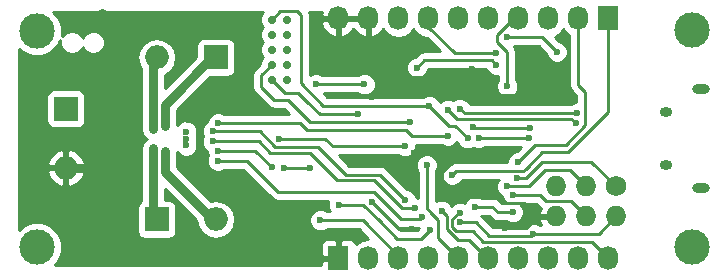
<source format=gbl>
G04 #@! TF.FileFunction,Copper,L2,Bot,Signal*
%FSLAX46Y46*%
G04 Gerber Fmt 4.6, Leading zero omitted, Abs format (unit mm)*
G04 Created by KiCad (PCBNEW 4.0.2-stable) date 11/17/2016 12:04:15 PM*
%MOMM*%
G01*
G04 APERTURE LIST*
%ADD10C,0.100000*%
%ADD11C,0.600000*%
%ADD12R,1.998980X1.998980*%
%ADD13O,1.998980X1.998980*%
%ADD14C,3.000000*%
%ADD15C,0.700000*%
%ADD16C,1.727200*%
%ADD17O,1.727200X1.727200*%
%ADD18R,1.727200X2.032000*%
%ADD19O,1.727200X2.032000*%
%ADD20O,1.050000X0.850000*%
%ADD21O,1.500000X0.850000*%
%ADD22C,0.250000*%
%ADD23C,0.750000*%
%ADD24C,0.254000*%
G04 APERTURE END LIST*
D10*
D11*
X103150000Y-108000000D03*
D12*
X105650000Y-103630000D03*
D13*
X100650000Y-103630000D03*
D12*
X100650000Y-117348000D03*
D13*
X105650000Y-117348000D03*
D12*
X92964000Y-107990000D03*
D13*
X92964000Y-112990000D03*
D14*
X90500000Y-101400000D03*
X146000000Y-101300000D03*
X146000000Y-119700000D03*
X90500000Y-119700000D03*
D11*
X103150000Y-110510000D03*
X103150000Y-109910000D03*
X103150000Y-111090000D03*
X103150000Y-113000000D03*
X103900000Y-113750000D03*
X103900000Y-107250000D03*
D15*
X111660000Y-105510000D03*
X110390000Y-105510000D03*
X111660000Y-104240000D03*
X110390000Y-104240000D03*
X111660000Y-102970000D03*
X110390000Y-102970000D03*
X111660000Y-101700000D03*
X110390000Y-101700000D03*
X111660000Y-100430000D03*
X110390000Y-100430000D03*
D16*
X139550000Y-114560000D03*
D17*
X139550000Y-117100000D03*
X137010000Y-114560000D03*
X137010000Y-117100000D03*
X134470000Y-114560000D03*
X134470000Y-117100000D03*
D18*
X116030000Y-120650000D03*
D19*
X118570000Y-120650000D03*
X121110000Y-120650000D03*
X123650000Y-120650000D03*
X126190000Y-120650000D03*
X128730000Y-120650000D03*
X131270000Y-120650000D03*
X133810000Y-120650000D03*
X136350000Y-120650000D03*
X138890000Y-120650000D03*
D18*
X138890000Y-100330000D03*
D19*
X136350000Y-100330000D03*
X133810000Y-100330000D03*
X131270000Y-100330000D03*
X128730000Y-100330000D03*
X126190000Y-100330000D03*
X123650000Y-100330000D03*
X121110000Y-100330000D03*
X118570000Y-100330000D03*
X116030000Y-100330000D03*
D20*
X143770000Y-112705000D03*
X143770000Y-108255000D03*
D21*
X146770000Y-114655000D03*
X146770000Y-106305000D03*
D11*
X114110000Y-105920000D03*
X118240000Y-105920000D03*
X116070000Y-116110000D03*
X123760000Y-118250000D03*
X126350000Y-117610000D03*
X132510000Y-118570000D03*
X96000000Y-99880000D03*
X118840000Y-107020000D03*
X122290000Y-118200000D03*
X118840000Y-115840000D03*
X133020000Y-106330000D03*
X127382019Y-104640000D03*
X126550000Y-112120000D03*
X130170000Y-118060000D03*
X121620000Y-104760000D03*
X122430000Y-111720000D03*
X117600000Y-112750000D03*
X98770000Y-110550000D03*
X126340000Y-107990000D03*
X136220000Y-108360000D03*
X136130000Y-109220000D03*
X125310000Y-108070000D03*
X101350000Y-109475000D03*
X100375000Y-109725000D03*
X100375000Y-111325000D03*
X101350000Y-111575000D03*
X131180000Y-113880000D03*
X130340000Y-114560000D03*
X130820000Y-115290000D03*
X117670000Y-108460000D03*
X122100000Y-109110000D03*
X114510000Y-117420000D03*
X123520000Y-112740000D03*
X124770000Y-116620000D03*
X130800000Y-116740000D03*
X127590000Y-116260000D03*
X126330000Y-116790000D03*
X125670000Y-113590000D03*
X131270000Y-112480000D03*
X130320000Y-106080000D03*
X122690000Y-104500000D03*
X129400000Y-104260000D03*
X132250000Y-109590000D03*
X127440000Y-109530000D03*
X127940000Y-110440000D03*
X132170000Y-110440000D03*
X125300000Y-110260000D03*
X105850000Y-109180000D03*
X121710000Y-115710000D03*
X105400000Y-109900000D03*
X122500000Y-116400000D03*
X105400000Y-110750000D03*
X121670000Y-111150000D03*
X110400000Y-112930000D03*
X110970000Y-110500000D03*
X105840000Y-111520000D03*
X123150000Y-117150000D03*
X105820000Y-112370000D03*
X123730000Y-107740000D03*
X126980000Y-110470000D03*
X113630000Y-112970000D03*
X111400000Y-112970000D03*
X129410000Y-103260000D03*
X130340000Y-101940000D03*
X134550000Y-103180000D03*
D22*
X114110000Y-105920000D02*
X114330000Y-105920000D01*
X114330000Y-105920000D02*
X114280000Y-105920000D01*
X118240000Y-105920000D02*
X114280000Y-105920000D01*
X118140000Y-116110000D02*
X119470000Y-117440000D01*
X119470000Y-117440000D02*
X121010000Y-118980000D01*
X123030000Y-118980000D02*
X121010000Y-118980000D01*
X123760000Y-118250000D02*
X123030000Y-118980000D01*
X116070000Y-116110000D02*
X118140000Y-116110000D01*
X132360000Y-118720000D02*
X132510000Y-118570000D01*
X128790000Y-118720000D02*
X132360000Y-118720000D01*
X127680000Y-117610000D02*
X128790000Y-118720000D01*
X126350000Y-117610000D02*
X127680000Y-117610000D01*
X139550000Y-117100000D02*
X138080000Y-118570000D01*
X138080000Y-118570000D02*
X132510000Y-118570000D01*
X132570000Y-118630000D02*
X132510000Y-118570000D01*
D23*
X98730000Y-110550000D02*
X98770000Y-110550000D01*
X97270000Y-107120000D02*
X97270000Y-102490000D01*
X97270000Y-109090000D02*
X97270000Y-107120000D01*
X97270000Y-102490000D02*
X97270000Y-101150000D01*
X97270000Y-101150000D02*
X96000000Y-99880000D01*
X98730000Y-110550000D02*
X97270000Y-109090000D01*
D22*
X131430000Y-115970000D02*
X131770000Y-115970000D01*
X131770000Y-115970000D02*
X132900000Y-117100000D01*
X131450000Y-118060000D02*
X131940000Y-118060000D01*
X131940000Y-118060000D02*
X132900000Y-117100000D01*
X131330000Y-115970000D02*
X131430000Y-115970000D01*
X133020000Y-106330000D02*
X131860000Y-106330000D01*
X131370000Y-106820000D02*
X129562019Y-106820000D01*
X131860000Y-106330000D02*
X131370000Y-106820000D01*
X121100000Y-104760000D02*
X121620000Y-104760000D01*
X118840000Y-107020000D02*
X121100000Y-104760000D01*
X121620000Y-104760000D02*
X121630000Y-104760000D01*
X121630000Y-104760000D02*
X122170000Y-105300000D01*
X122170000Y-105300000D02*
X126722019Y-105300000D01*
X126722019Y-105300000D02*
X127382019Y-104640000D01*
X131330000Y-115970000D02*
X131350000Y-115970000D01*
X126020000Y-112120000D02*
X124770000Y-113370000D01*
X124770000Y-113370000D02*
X124770000Y-114240000D01*
X124770000Y-114240000D02*
X126000000Y-115470000D01*
X126000000Y-115470000D02*
X129390000Y-115470000D01*
X129390000Y-115470000D02*
X129890000Y-115970000D01*
X129890000Y-115970000D02*
X131330000Y-115970000D01*
X122290000Y-118200000D02*
X121200000Y-118200000D01*
X121200000Y-118200000D02*
X118840000Y-115840000D01*
X129562019Y-106820000D02*
X127382019Y-104640000D01*
X126020000Y-112120000D02*
X125620000Y-111720000D01*
X125290000Y-111720000D02*
X122430000Y-111720000D01*
X125290000Y-111720000D02*
X125620000Y-111720000D01*
X126550000Y-112120000D02*
X126020000Y-112120000D01*
X130170000Y-118060000D02*
X131450000Y-118060000D01*
X131450000Y-118060000D02*
X131520000Y-118060000D01*
X134470000Y-117100000D02*
X133240000Y-117100000D01*
X133240000Y-117100000D02*
X132900000Y-117100000D01*
D23*
X96330000Y-112990000D02*
X92964000Y-112990000D01*
X92964000Y-112990000D02*
X94600000Y-112990000D01*
D22*
X121400000Y-112750000D02*
X117600000Y-112750000D01*
X122430000Y-111720000D02*
X121400000Y-112750000D01*
X117600000Y-112750000D02*
X121300000Y-112750000D01*
D23*
X98770000Y-110550000D02*
X96330000Y-112990000D01*
D22*
X126710000Y-108360000D02*
X126340000Y-107990000D01*
X127580000Y-108360000D02*
X126710000Y-108360000D01*
X129190000Y-108360000D02*
X127580000Y-108360000D01*
X136220000Y-108360000D02*
X129190000Y-108360000D01*
X135740000Y-108830000D02*
X136130000Y-109220000D01*
X126070000Y-108830000D02*
X135740000Y-108830000D01*
X125310000Y-108070000D02*
X126070000Y-108830000D01*
D23*
X101350000Y-107650000D02*
X105368000Y-103632000D01*
X101350000Y-107650000D02*
X101350000Y-109475000D01*
X105370000Y-103632000D02*
X105368000Y-103632000D01*
X100370000Y-109720000D02*
X100370000Y-103632000D01*
X100370000Y-109720000D02*
X100375000Y-109725000D01*
X100370000Y-111330000D02*
X100370000Y-117348000D01*
X100370000Y-111330000D02*
X100375000Y-111325000D01*
X101595002Y-113575000D02*
X101350000Y-113329998D01*
X101350000Y-113329998D02*
X101350000Y-111575000D01*
X101600000Y-113575000D02*
X105370000Y-117345000D01*
X101600000Y-113575000D02*
X101595002Y-113575000D01*
X105370000Y-117348000D02*
X105370000Y-117345000D01*
D22*
X137460000Y-112470000D02*
X139550000Y-114560000D01*
X133290000Y-112470000D02*
X137460000Y-112470000D01*
X131880000Y-113880000D02*
X133290000Y-112470000D01*
X131180000Y-113880000D02*
X131880000Y-113880000D01*
X131820000Y-114560000D02*
X132160000Y-114560000D01*
X135650000Y-113200000D02*
X137010000Y-114560000D01*
X133520000Y-113200000D02*
X135650000Y-113200000D01*
X132160000Y-114560000D02*
X133520000Y-113200000D01*
X131750000Y-114560000D02*
X131820000Y-114560000D01*
X130340000Y-114560000D02*
X131750000Y-114560000D01*
X131880000Y-115290000D02*
X133110000Y-115290000D01*
X133110000Y-115290000D02*
X133650000Y-115830000D01*
X133650000Y-115830000D02*
X135740000Y-115830000D01*
X135740000Y-115830000D02*
X137010000Y-117100000D01*
X130820000Y-115290000D02*
X131880000Y-115290000D01*
X112030000Y-106620000D02*
X111500000Y-106620000D01*
X114450000Y-108460000D02*
X113370000Y-107380000D01*
X112610000Y-106620000D02*
X113370000Y-107380000D01*
X112030000Y-106620000D02*
X112610000Y-106620000D01*
X117670000Y-108460000D02*
X114450000Y-108460000D01*
X111500000Y-106620000D02*
X110390000Y-105510000D01*
X111030000Y-107240000D02*
X110620000Y-107240000D01*
X110620000Y-107240000D02*
X109480000Y-106100000D01*
X109480000Y-106100000D02*
X109480000Y-105150000D01*
X109480000Y-105150000D02*
X110390000Y-104240000D01*
X115110000Y-109110000D02*
X113650000Y-109110000D01*
X111780000Y-107240000D02*
X111030000Y-107240000D01*
X113650000Y-109110000D02*
X111780000Y-107240000D01*
X122100000Y-109110000D02*
X115110000Y-109110000D01*
X118080000Y-117420000D02*
X121110000Y-120450000D01*
X114510000Y-117420000D02*
X118080000Y-117420000D01*
X121110000Y-120450000D02*
X121110000Y-120650000D01*
X124470000Y-118060000D02*
X124470000Y-118930000D01*
X124470000Y-118930000D02*
X126190000Y-120650000D01*
X124470000Y-118510000D02*
X124470000Y-118480000D01*
X123520000Y-116420000D02*
X123890000Y-116790000D01*
X124470000Y-118240000D02*
X124470000Y-118060000D01*
X124470000Y-118060000D02*
X124470000Y-117370000D01*
X124470000Y-117370000D02*
X123890000Y-116790000D01*
X123520000Y-112740000D02*
X123520000Y-116420000D01*
X124470000Y-118480000D02*
X124470000Y-118240000D01*
X124770000Y-116620000D02*
X125209998Y-117059998D01*
X125209998Y-117059998D02*
X125209998Y-117129998D01*
X126670000Y-119135000D02*
X126158602Y-119135000D01*
X125209998Y-118186396D02*
X125209998Y-117129998D01*
X126158602Y-119135000D02*
X125209998Y-118186396D01*
X127115000Y-119135000D02*
X128630000Y-120650000D01*
X127115000Y-119135000D02*
X126670000Y-119135000D01*
X128730000Y-120650000D02*
X128630000Y-120650000D01*
X128500000Y-120650000D02*
X128110000Y-120650000D01*
X127590000Y-116260000D02*
X129060000Y-116260000D01*
X129540000Y-116740000D02*
X130800000Y-116740000D01*
X129060000Y-116260000D02*
X129540000Y-116740000D01*
X126330000Y-116790000D02*
X126220000Y-116790000D01*
X138890000Y-120650000D02*
X137480000Y-119240000D01*
X128260000Y-119240000D02*
X127390000Y-118370000D01*
X127390000Y-118370000D02*
X126030000Y-118370000D01*
X126030000Y-118370000D02*
X125660000Y-118000000D01*
X125660000Y-118000000D02*
X125660000Y-117350000D01*
X128610000Y-119240000D02*
X128260000Y-119240000D01*
X128610000Y-119240000D02*
X137480000Y-119240000D01*
X126220000Y-116790000D02*
X125660000Y-117350000D01*
X138890000Y-120650000D02*
X138890000Y-120610002D01*
X138890000Y-120650000D02*
X138760000Y-120650000D01*
X138890000Y-100330000D02*
X138890000Y-108290000D01*
X133240000Y-111680000D02*
X132050000Y-112870000D01*
X138890000Y-108290000D02*
X135500000Y-111680000D01*
X135500000Y-111680000D02*
X133240000Y-111680000D01*
X131690000Y-113230000D02*
X132050000Y-112870000D01*
X126030000Y-113230000D02*
X131690000Y-113230000D01*
X125670000Y-113590000D02*
X126030000Y-113230000D01*
X138890000Y-100330000D02*
X138880000Y-100330000D01*
X132050000Y-112870000D02*
X131880000Y-113040000D01*
X136350000Y-100330000D02*
X136350000Y-105950000D01*
X131270000Y-112480000D02*
X132710000Y-111040000D01*
X132710000Y-111040000D02*
X135290000Y-111040000D01*
X135290000Y-111040000D02*
X136950000Y-109380000D01*
X136350000Y-105950000D02*
X136950000Y-106550000D01*
X136950000Y-106550000D02*
X136950000Y-109380000D01*
X129470000Y-101730000D02*
X129470000Y-102300000D01*
X129470000Y-102300000D02*
X130320000Y-103150000D01*
X130320000Y-103150000D02*
X130320000Y-104210000D01*
X129470000Y-101730000D02*
X130870000Y-100330000D01*
X130320000Y-106080000D02*
X130320000Y-104210000D01*
X131270000Y-100330000D02*
X130870000Y-100330000D01*
X129400000Y-104260000D02*
X129020000Y-103880000D01*
X129020000Y-103880000D02*
X123310000Y-103880000D01*
X123310000Y-103880000D02*
X122690000Y-104500000D01*
X127500000Y-109590000D02*
X132250000Y-109590000D01*
X127440000Y-109530000D02*
X127500000Y-109590000D01*
X132170000Y-110440000D02*
X127940000Y-110440000D01*
X125300000Y-110260000D02*
X122240000Y-110260000D01*
X113360000Y-109750000D02*
X121730000Y-109750000D01*
X112790000Y-109180000D02*
X113360000Y-109750000D01*
X105850000Y-109180000D02*
X112790000Y-109180000D01*
X122240000Y-110260000D02*
X121730000Y-109750000D01*
X121710000Y-115710000D02*
X119550000Y-113550000D01*
X119550000Y-113550000D02*
X116650000Y-113550000D01*
X116650000Y-113550000D02*
X114290000Y-111190000D01*
X108660000Y-109900000D02*
X109410000Y-109900000D01*
X110700000Y-111190000D02*
X114290000Y-111190000D01*
X109410000Y-109900000D02*
X110700000Y-111190000D01*
X105400000Y-109900000D02*
X108660000Y-109900000D01*
X115940000Y-114050000D02*
X119040000Y-114050000D01*
X122500000Y-116400000D02*
X121390000Y-116400000D01*
X119040000Y-114050000D02*
X121390000Y-116400000D01*
X115940000Y-114050000D02*
X115825000Y-113935000D01*
X115825000Y-113935000D02*
X115620000Y-113730000D01*
X115620000Y-113730000D02*
X113630000Y-111740000D01*
X108010000Y-110750000D02*
X109270000Y-110750000D01*
X110260000Y-111740000D02*
X113630000Y-111740000D01*
X109270000Y-110750000D02*
X110260000Y-111740000D01*
X107900000Y-110750000D02*
X108010000Y-110750000D01*
X105400000Y-110750000D02*
X107900000Y-110750000D01*
X105840000Y-111520000D02*
X108990000Y-111520000D01*
X108990000Y-111520000D02*
X110400000Y-112930000D01*
X115550000Y-111150000D02*
X121670000Y-111150000D01*
X110970000Y-110500000D02*
X114900000Y-110500000D01*
X114900000Y-110500000D02*
X115550000Y-111150000D01*
X105820000Y-112370000D02*
X108300000Y-112370000D01*
X108300000Y-112370000D02*
X110960000Y-115030000D01*
X119020000Y-115030000D02*
X110960000Y-115030000D01*
X121330000Y-117340000D02*
X119020000Y-115030000D01*
X122960000Y-117340000D02*
X121330000Y-117340000D01*
X123150000Y-117150000D02*
X122960000Y-117340000D01*
X120600000Y-107740000D02*
X114760000Y-107740000D01*
X111110000Y-99710000D02*
X110390000Y-100430000D01*
X112490000Y-99710000D02*
X111110000Y-99710000D01*
X112850000Y-100070000D02*
X112490000Y-99710000D01*
X112850000Y-105830000D02*
X112850000Y-100070000D01*
X114760000Y-107740000D02*
X112850000Y-105830000D01*
X125395000Y-109405000D02*
X123730000Y-107740000D01*
X125490000Y-109405000D02*
X125395000Y-109405000D01*
X120600000Y-107740000D02*
X123730000Y-107740000D01*
X120690000Y-107740000D02*
X120600000Y-107740000D01*
X125490000Y-109405000D02*
X125505000Y-109405000D01*
X125550000Y-109405000D02*
X125395000Y-109405000D01*
X125915000Y-109405000D02*
X125550000Y-109405000D01*
X126980000Y-110470000D02*
X125915000Y-109405000D01*
X111400000Y-112970000D02*
X113630000Y-112970000D01*
X125880000Y-103260000D02*
X129410000Y-103260000D01*
X123650000Y-101030000D02*
X125880000Y-103260000D01*
X134550000Y-103180000D02*
X133310000Y-101940000D01*
X133310000Y-101940000D02*
X130340000Y-101940000D01*
X123650000Y-100330000D02*
X123650000Y-101030000D01*
D24*
G36*
X109555445Y-99871314D02*
X109405172Y-100233212D01*
X109404830Y-100625069D01*
X109554471Y-100987229D01*
X109632000Y-101064893D01*
X109555445Y-101141314D01*
X109405172Y-101503212D01*
X109404830Y-101895069D01*
X109554471Y-102257229D01*
X109632000Y-102334893D01*
X109555445Y-102411314D01*
X109405172Y-102773212D01*
X109404830Y-103165069D01*
X109554471Y-103527229D01*
X109632000Y-103604893D01*
X109555445Y-103681314D01*
X109405172Y-104043212D01*
X109405079Y-104150119D01*
X108942599Y-104612599D01*
X108777852Y-104859161D01*
X108720000Y-105150000D01*
X108720000Y-106100000D01*
X108777852Y-106390839D01*
X108942599Y-106637401D01*
X110082599Y-107777401D01*
X110329160Y-107942148D01*
X110377414Y-107951746D01*
X110620000Y-108000000D01*
X111465198Y-108000000D01*
X111885198Y-108420000D01*
X106412463Y-108420000D01*
X106380327Y-108387808D01*
X106036799Y-108245162D01*
X105664833Y-108244838D01*
X105321057Y-108386883D01*
X105057808Y-108649673D01*
X104915162Y-108993201D01*
X104915079Y-109088694D01*
X104871057Y-109106883D01*
X104607808Y-109369673D01*
X104465162Y-109713201D01*
X104464838Y-110085167D01*
X104564003Y-110325166D01*
X104465162Y-110563201D01*
X104464838Y-110935167D01*
X104606883Y-111278943D01*
X104869673Y-111542192D01*
X104904967Y-111556848D01*
X104904838Y-111705167D01*
X104994028Y-111921024D01*
X104885162Y-112183201D01*
X104884838Y-112555167D01*
X105026883Y-112898943D01*
X105289673Y-113162192D01*
X105633201Y-113304838D01*
X106005167Y-113305162D01*
X106348943Y-113163117D01*
X106382118Y-113130000D01*
X107985198Y-113130000D01*
X110422599Y-115567401D01*
X110669161Y-115732148D01*
X110960000Y-115790000D01*
X115190472Y-115790000D01*
X115135162Y-115923201D01*
X115134838Y-116295167D01*
X115276883Y-116638943D01*
X115297903Y-116660000D01*
X115072463Y-116660000D01*
X115040327Y-116627808D01*
X114696799Y-116485162D01*
X114324833Y-116484838D01*
X113981057Y-116626883D01*
X113717808Y-116889673D01*
X113575162Y-117233201D01*
X113574838Y-117605167D01*
X113716883Y-117948943D01*
X113979673Y-118212192D01*
X114323201Y-118354838D01*
X114695167Y-118355162D01*
X115038943Y-118213117D01*
X115072118Y-118180000D01*
X117765198Y-118180000D01*
X118554864Y-118969666D01*
X117996511Y-119080729D01*
X117510330Y-119405585D01*
X117495500Y-119427780D01*
X117431927Y-119274302D01*
X117253299Y-119095673D01*
X117019910Y-118999000D01*
X116315750Y-118999000D01*
X116157000Y-119157750D01*
X116157000Y-120523000D01*
X116177000Y-120523000D01*
X116177000Y-120777000D01*
X116157000Y-120777000D01*
X116157000Y-120797000D01*
X115903000Y-120797000D01*
X115903000Y-120777000D01*
X114690150Y-120777000D01*
X114531400Y-120935750D01*
X114531400Y-121210000D01*
X92009346Y-121210000D01*
X92308909Y-120910959D01*
X92634628Y-120126541D01*
X92635168Y-119507691D01*
X114531400Y-119507691D01*
X114531400Y-120364250D01*
X114690150Y-120523000D01*
X115903000Y-120523000D01*
X115903000Y-119157750D01*
X115744250Y-118999000D01*
X115040090Y-118999000D01*
X114806701Y-119095673D01*
X114628073Y-119274302D01*
X114531400Y-119507691D01*
X92635168Y-119507691D01*
X92635370Y-119277185D01*
X92311020Y-118492200D01*
X91710959Y-117891091D01*
X90926541Y-117565372D01*
X90077185Y-117564630D01*
X89292200Y-117888980D01*
X88975000Y-118205627D01*
X88975000Y-113370355D01*
X91374373Y-113370355D01*
X91640932Y-113949726D01*
X92108916Y-114382987D01*
X92583646Y-114579619D01*
X92837000Y-114460265D01*
X92837000Y-113117000D01*
X93091000Y-113117000D01*
X93091000Y-114460265D01*
X93344354Y-114579619D01*
X93819084Y-114382987D01*
X94287068Y-113949726D01*
X94553627Y-113370355D01*
X94434807Y-113117000D01*
X93091000Y-113117000D01*
X92837000Y-113117000D01*
X91493193Y-113117000D01*
X91374373Y-113370355D01*
X88975000Y-113370355D01*
X88975000Y-112609645D01*
X91374373Y-112609645D01*
X91493193Y-112863000D01*
X92837000Y-112863000D01*
X92837000Y-111519735D01*
X93091000Y-111519735D01*
X93091000Y-112863000D01*
X94434807Y-112863000D01*
X94553627Y-112609645D01*
X94287068Y-112030274D01*
X93819084Y-111597013D01*
X93344354Y-111400381D01*
X93091000Y-111519735D01*
X92837000Y-111519735D01*
X92583646Y-111400381D01*
X92108916Y-111597013D01*
X91640932Y-112030274D01*
X91374373Y-112609645D01*
X88975000Y-112609645D01*
X88975000Y-106990510D01*
X91317070Y-106990510D01*
X91317070Y-108989490D01*
X91361348Y-109224807D01*
X91500420Y-109440931D01*
X91712620Y-109585921D01*
X91964510Y-109636930D01*
X93963490Y-109636930D01*
X94198807Y-109592652D01*
X94414931Y-109453580D01*
X94559921Y-109241380D01*
X94610930Y-108989490D01*
X94610930Y-106990510D01*
X94566652Y-106755193D01*
X94427580Y-106539069D01*
X94215380Y-106394079D01*
X93963490Y-106343070D01*
X91964510Y-106343070D01*
X91729193Y-106387348D01*
X91513069Y-106526420D01*
X91368079Y-106738620D01*
X91317070Y-106990510D01*
X88975000Y-106990510D01*
X88975000Y-103630000D01*
X98983488Y-103630000D01*
X99107906Y-104255492D01*
X99360000Y-104632777D01*
X99360000Y-109720000D01*
X99436882Y-110106510D01*
X99655822Y-110434178D01*
X99660822Y-110439178D01*
X99789264Y-110525000D01*
X99660822Y-110610822D01*
X99655822Y-110615822D01*
X99436882Y-110943490D01*
X99360000Y-111330000D01*
X99360000Y-115780864D01*
X99199069Y-115884420D01*
X99054079Y-116096620D01*
X99003070Y-116348510D01*
X99003070Y-118347490D01*
X99047348Y-118582807D01*
X99186420Y-118798931D01*
X99398620Y-118943921D01*
X99650510Y-118994930D01*
X101649490Y-118994930D01*
X101884807Y-118950652D01*
X102100931Y-118811580D01*
X102245921Y-118599380D01*
X102296930Y-118347490D01*
X102296930Y-116348510D01*
X102252652Y-116113193D01*
X102113580Y-115897069D01*
X101901380Y-115752079D01*
X101649490Y-115701070D01*
X101380000Y-115701070D01*
X101380000Y-114783356D01*
X103993133Y-117396489D01*
X104107906Y-117973492D01*
X104462219Y-118503759D01*
X104992486Y-118858072D01*
X105617978Y-118982490D01*
X105682022Y-118982490D01*
X106307514Y-118858072D01*
X106837781Y-118503759D01*
X107192094Y-117973492D01*
X107316512Y-117348000D01*
X107192094Y-116722508D01*
X106837781Y-116192241D01*
X106307514Y-115837928D01*
X105682022Y-115713510D01*
X105617978Y-115713510D01*
X105241710Y-115788354D01*
X102360000Y-112906644D01*
X102360000Y-111622065D01*
X102619673Y-111882192D01*
X102963201Y-112024838D01*
X103335167Y-112025162D01*
X103678943Y-111883117D01*
X103942192Y-111620327D01*
X104084838Y-111276799D01*
X104085162Y-110904833D01*
X104041915Y-110800168D01*
X104084838Y-110696799D01*
X104085162Y-110324833D01*
X104037773Y-110210143D01*
X104084838Y-110096799D01*
X104085162Y-109724833D01*
X103943117Y-109381057D01*
X103680327Y-109117808D01*
X103336799Y-108975162D01*
X102964833Y-108974838D01*
X102621057Y-109116883D01*
X102360000Y-109377485D01*
X102360000Y-108068356D01*
X105151426Y-105276930D01*
X106649490Y-105276930D01*
X106884807Y-105232652D01*
X107100931Y-105093580D01*
X107245921Y-104881380D01*
X107296930Y-104629490D01*
X107296930Y-102630510D01*
X107252652Y-102395193D01*
X107113580Y-102179069D01*
X106901380Y-102034079D01*
X106649490Y-101983070D01*
X104650510Y-101983070D01*
X104415193Y-102027348D01*
X104199069Y-102166420D01*
X104054079Y-102378620D01*
X104003070Y-102630510D01*
X104003070Y-103568574D01*
X101380000Y-106191644D01*
X101380000Y-105091638D01*
X101837781Y-104785759D01*
X102192094Y-104255492D01*
X102316512Y-103630000D01*
X102192094Y-103004508D01*
X101837781Y-102474241D01*
X101307514Y-102119928D01*
X100682022Y-101995510D01*
X100617978Y-101995510D01*
X99992486Y-102119928D01*
X99462219Y-102474241D01*
X99107906Y-103004508D01*
X98983488Y-103630000D01*
X88975000Y-103630000D01*
X88975000Y-102894320D01*
X89289041Y-103208909D01*
X90073459Y-103534628D01*
X90922815Y-103535370D01*
X91707800Y-103211020D01*
X92308909Y-102610959D01*
X92485160Y-102186499D01*
X92484830Y-102565069D01*
X92634471Y-102927229D01*
X92911314Y-103204555D01*
X93273212Y-103354828D01*
X93665069Y-103355170D01*
X94027229Y-103205529D01*
X94304555Y-102928686D01*
X94369975Y-102771137D01*
X94434471Y-102927229D01*
X94711314Y-103204555D01*
X95073212Y-103354828D01*
X95465069Y-103355170D01*
X95827229Y-103205529D01*
X96104555Y-102928686D01*
X96254828Y-102566788D01*
X96255170Y-102174931D01*
X96105529Y-101812771D01*
X95828686Y-101535445D01*
X95466788Y-101385172D01*
X95074931Y-101384830D01*
X94712771Y-101534471D01*
X94435445Y-101811314D01*
X94370025Y-101968863D01*
X94305529Y-101812771D01*
X94028686Y-101535445D01*
X93666788Y-101385172D01*
X93274931Y-101384830D01*
X92912771Y-101534471D01*
X92635445Y-101811314D01*
X92634640Y-101813254D01*
X92635370Y-100977185D01*
X92311020Y-100192200D01*
X91889556Y-99770000D01*
X109656936Y-99770000D01*
X109555445Y-99871314D01*
X109555445Y-99871314D01*
G37*
X109555445Y-99871314D02*
X109405172Y-100233212D01*
X109404830Y-100625069D01*
X109554471Y-100987229D01*
X109632000Y-101064893D01*
X109555445Y-101141314D01*
X109405172Y-101503212D01*
X109404830Y-101895069D01*
X109554471Y-102257229D01*
X109632000Y-102334893D01*
X109555445Y-102411314D01*
X109405172Y-102773212D01*
X109404830Y-103165069D01*
X109554471Y-103527229D01*
X109632000Y-103604893D01*
X109555445Y-103681314D01*
X109405172Y-104043212D01*
X109405079Y-104150119D01*
X108942599Y-104612599D01*
X108777852Y-104859161D01*
X108720000Y-105150000D01*
X108720000Y-106100000D01*
X108777852Y-106390839D01*
X108942599Y-106637401D01*
X110082599Y-107777401D01*
X110329160Y-107942148D01*
X110377414Y-107951746D01*
X110620000Y-108000000D01*
X111465198Y-108000000D01*
X111885198Y-108420000D01*
X106412463Y-108420000D01*
X106380327Y-108387808D01*
X106036799Y-108245162D01*
X105664833Y-108244838D01*
X105321057Y-108386883D01*
X105057808Y-108649673D01*
X104915162Y-108993201D01*
X104915079Y-109088694D01*
X104871057Y-109106883D01*
X104607808Y-109369673D01*
X104465162Y-109713201D01*
X104464838Y-110085167D01*
X104564003Y-110325166D01*
X104465162Y-110563201D01*
X104464838Y-110935167D01*
X104606883Y-111278943D01*
X104869673Y-111542192D01*
X104904967Y-111556848D01*
X104904838Y-111705167D01*
X104994028Y-111921024D01*
X104885162Y-112183201D01*
X104884838Y-112555167D01*
X105026883Y-112898943D01*
X105289673Y-113162192D01*
X105633201Y-113304838D01*
X106005167Y-113305162D01*
X106348943Y-113163117D01*
X106382118Y-113130000D01*
X107985198Y-113130000D01*
X110422599Y-115567401D01*
X110669161Y-115732148D01*
X110960000Y-115790000D01*
X115190472Y-115790000D01*
X115135162Y-115923201D01*
X115134838Y-116295167D01*
X115276883Y-116638943D01*
X115297903Y-116660000D01*
X115072463Y-116660000D01*
X115040327Y-116627808D01*
X114696799Y-116485162D01*
X114324833Y-116484838D01*
X113981057Y-116626883D01*
X113717808Y-116889673D01*
X113575162Y-117233201D01*
X113574838Y-117605167D01*
X113716883Y-117948943D01*
X113979673Y-118212192D01*
X114323201Y-118354838D01*
X114695167Y-118355162D01*
X115038943Y-118213117D01*
X115072118Y-118180000D01*
X117765198Y-118180000D01*
X118554864Y-118969666D01*
X117996511Y-119080729D01*
X117510330Y-119405585D01*
X117495500Y-119427780D01*
X117431927Y-119274302D01*
X117253299Y-119095673D01*
X117019910Y-118999000D01*
X116315750Y-118999000D01*
X116157000Y-119157750D01*
X116157000Y-120523000D01*
X116177000Y-120523000D01*
X116177000Y-120777000D01*
X116157000Y-120777000D01*
X116157000Y-120797000D01*
X115903000Y-120797000D01*
X115903000Y-120777000D01*
X114690150Y-120777000D01*
X114531400Y-120935750D01*
X114531400Y-121210000D01*
X92009346Y-121210000D01*
X92308909Y-120910959D01*
X92634628Y-120126541D01*
X92635168Y-119507691D01*
X114531400Y-119507691D01*
X114531400Y-120364250D01*
X114690150Y-120523000D01*
X115903000Y-120523000D01*
X115903000Y-119157750D01*
X115744250Y-118999000D01*
X115040090Y-118999000D01*
X114806701Y-119095673D01*
X114628073Y-119274302D01*
X114531400Y-119507691D01*
X92635168Y-119507691D01*
X92635370Y-119277185D01*
X92311020Y-118492200D01*
X91710959Y-117891091D01*
X90926541Y-117565372D01*
X90077185Y-117564630D01*
X89292200Y-117888980D01*
X88975000Y-118205627D01*
X88975000Y-113370355D01*
X91374373Y-113370355D01*
X91640932Y-113949726D01*
X92108916Y-114382987D01*
X92583646Y-114579619D01*
X92837000Y-114460265D01*
X92837000Y-113117000D01*
X93091000Y-113117000D01*
X93091000Y-114460265D01*
X93344354Y-114579619D01*
X93819084Y-114382987D01*
X94287068Y-113949726D01*
X94553627Y-113370355D01*
X94434807Y-113117000D01*
X93091000Y-113117000D01*
X92837000Y-113117000D01*
X91493193Y-113117000D01*
X91374373Y-113370355D01*
X88975000Y-113370355D01*
X88975000Y-112609645D01*
X91374373Y-112609645D01*
X91493193Y-112863000D01*
X92837000Y-112863000D01*
X92837000Y-111519735D01*
X93091000Y-111519735D01*
X93091000Y-112863000D01*
X94434807Y-112863000D01*
X94553627Y-112609645D01*
X94287068Y-112030274D01*
X93819084Y-111597013D01*
X93344354Y-111400381D01*
X93091000Y-111519735D01*
X92837000Y-111519735D01*
X92583646Y-111400381D01*
X92108916Y-111597013D01*
X91640932Y-112030274D01*
X91374373Y-112609645D01*
X88975000Y-112609645D01*
X88975000Y-106990510D01*
X91317070Y-106990510D01*
X91317070Y-108989490D01*
X91361348Y-109224807D01*
X91500420Y-109440931D01*
X91712620Y-109585921D01*
X91964510Y-109636930D01*
X93963490Y-109636930D01*
X94198807Y-109592652D01*
X94414931Y-109453580D01*
X94559921Y-109241380D01*
X94610930Y-108989490D01*
X94610930Y-106990510D01*
X94566652Y-106755193D01*
X94427580Y-106539069D01*
X94215380Y-106394079D01*
X93963490Y-106343070D01*
X91964510Y-106343070D01*
X91729193Y-106387348D01*
X91513069Y-106526420D01*
X91368079Y-106738620D01*
X91317070Y-106990510D01*
X88975000Y-106990510D01*
X88975000Y-103630000D01*
X98983488Y-103630000D01*
X99107906Y-104255492D01*
X99360000Y-104632777D01*
X99360000Y-109720000D01*
X99436882Y-110106510D01*
X99655822Y-110434178D01*
X99660822Y-110439178D01*
X99789264Y-110525000D01*
X99660822Y-110610822D01*
X99655822Y-110615822D01*
X99436882Y-110943490D01*
X99360000Y-111330000D01*
X99360000Y-115780864D01*
X99199069Y-115884420D01*
X99054079Y-116096620D01*
X99003070Y-116348510D01*
X99003070Y-118347490D01*
X99047348Y-118582807D01*
X99186420Y-118798931D01*
X99398620Y-118943921D01*
X99650510Y-118994930D01*
X101649490Y-118994930D01*
X101884807Y-118950652D01*
X102100931Y-118811580D01*
X102245921Y-118599380D01*
X102296930Y-118347490D01*
X102296930Y-116348510D01*
X102252652Y-116113193D01*
X102113580Y-115897069D01*
X101901380Y-115752079D01*
X101649490Y-115701070D01*
X101380000Y-115701070D01*
X101380000Y-114783356D01*
X103993133Y-117396489D01*
X104107906Y-117973492D01*
X104462219Y-118503759D01*
X104992486Y-118858072D01*
X105617978Y-118982490D01*
X105682022Y-118982490D01*
X106307514Y-118858072D01*
X106837781Y-118503759D01*
X107192094Y-117973492D01*
X107316512Y-117348000D01*
X107192094Y-116722508D01*
X106837781Y-116192241D01*
X106307514Y-115837928D01*
X105682022Y-115713510D01*
X105617978Y-115713510D01*
X105241710Y-115788354D01*
X102360000Y-112906644D01*
X102360000Y-111622065D01*
X102619673Y-111882192D01*
X102963201Y-112024838D01*
X103335167Y-112025162D01*
X103678943Y-111883117D01*
X103942192Y-111620327D01*
X104084838Y-111276799D01*
X104085162Y-110904833D01*
X104041915Y-110800168D01*
X104084838Y-110696799D01*
X104085162Y-110324833D01*
X104037773Y-110210143D01*
X104084838Y-110096799D01*
X104085162Y-109724833D01*
X103943117Y-109381057D01*
X103680327Y-109117808D01*
X103336799Y-108975162D01*
X102964833Y-108974838D01*
X102621057Y-109116883D01*
X102360000Y-109377485D01*
X102360000Y-108068356D01*
X105151426Y-105276930D01*
X106649490Y-105276930D01*
X106884807Y-105232652D01*
X107100931Y-105093580D01*
X107245921Y-104881380D01*
X107296930Y-104629490D01*
X107296930Y-102630510D01*
X107252652Y-102395193D01*
X107113580Y-102179069D01*
X106901380Y-102034079D01*
X106649490Y-101983070D01*
X104650510Y-101983070D01*
X104415193Y-102027348D01*
X104199069Y-102166420D01*
X104054079Y-102378620D01*
X104003070Y-102630510D01*
X104003070Y-103568574D01*
X101380000Y-106191644D01*
X101380000Y-105091638D01*
X101837781Y-104785759D01*
X102192094Y-104255492D01*
X102316512Y-103630000D01*
X102192094Y-103004508D01*
X101837781Y-102474241D01*
X101307514Y-102119928D01*
X100682022Y-101995510D01*
X100617978Y-101995510D01*
X99992486Y-102119928D01*
X99462219Y-102474241D01*
X99107906Y-103004508D01*
X98983488Y-103630000D01*
X88975000Y-103630000D01*
X88975000Y-102894320D01*
X89289041Y-103208909D01*
X90073459Y-103534628D01*
X90922815Y-103535370D01*
X91707800Y-103211020D01*
X92308909Y-102610959D01*
X92485160Y-102186499D01*
X92484830Y-102565069D01*
X92634471Y-102927229D01*
X92911314Y-103204555D01*
X93273212Y-103354828D01*
X93665069Y-103355170D01*
X94027229Y-103205529D01*
X94304555Y-102928686D01*
X94369975Y-102771137D01*
X94434471Y-102927229D01*
X94711314Y-103204555D01*
X95073212Y-103354828D01*
X95465069Y-103355170D01*
X95827229Y-103205529D01*
X96104555Y-102928686D01*
X96254828Y-102566788D01*
X96255170Y-102174931D01*
X96105529Y-101812771D01*
X95828686Y-101535445D01*
X95466788Y-101385172D01*
X95074931Y-101384830D01*
X94712771Y-101534471D01*
X94435445Y-101811314D01*
X94370025Y-101968863D01*
X94305529Y-101812771D01*
X94028686Y-101535445D01*
X93666788Y-101385172D01*
X93274931Y-101384830D01*
X92912771Y-101534471D01*
X92635445Y-101811314D01*
X92634640Y-101813254D01*
X92635370Y-100977185D01*
X92311020Y-100192200D01*
X91889556Y-99770000D01*
X109656936Y-99770000D01*
X109555445Y-99871314D01*
G36*
X121330000Y-118100000D02*
X122825130Y-118100000D01*
X122825121Y-118110077D01*
X122715198Y-118220000D01*
X121324802Y-118220000D01*
X121173715Y-118068913D01*
X121330000Y-118100000D01*
X121330000Y-118100000D01*
G37*
X121330000Y-118100000D02*
X122825130Y-118100000D01*
X122825121Y-118110077D01*
X122715198Y-118220000D01*
X121324802Y-118220000D01*
X121173715Y-118068913D01*
X121330000Y-118100000D01*
G36*
X133112599Y-116367401D02*
X133171630Y-116406844D01*
X133015032Y-116740973D01*
X133135531Y-116973000D01*
X134343000Y-116973000D01*
X134343000Y-116953000D01*
X134597000Y-116953000D01*
X134597000Y-116973000D01*
X134617000Y-116973000D01*
X134617000Y-117227000D01*
X134597000Y-117227000D01*
X134597000Y-117247000D01*
X134343000Y-117247000D01*
X134343000Y-117227000D01*
X133135531Y-117227000D01*
X133015032Y-117459027D01*
X133179525Y-117810000D01*
X133072463Y-117810000D01*
X133040327Y-117777808D01*
X132696799Y-117635162D01*
X132324833Y-117634838D01*
X131981057Y-117776883D01*
X131797620Y-117960000D01*
X129104802Y-117960000D01*
X128217401Y-117072599D01*
X128146730Y-117025378D01*
X128152118Y-117020000D01*
X128745198Y-117020000D01*
X129002599Y-117277402D01*
X129249161Y-117442148D01*
X129540000Y-117500000D01*
X130237537Y-117500000D01*
X130269673Y-117532192D01*
X130613201Y-117674838D01*
X130985167Y-117675162D01*
X131328943Y-117533117D01*
X131592192Y-117270327D01*
X131734838Y-116926799D01*
X131735162Y-116554833D01*
X131593117Y-116211057D01*
X131432341Y-116050000D01*
X132795198Y-116050000D01*
X133112599Y-116367401D01*
X133112599Y-116367401D01*
G37*
X133112599Y-116367401D02*
X133171630Y-116406844D01*
X133015032Y-116740973D01*
X133135531Y-116973000D01*
X134343000Y-116973000D01*
X134343000Y-116953000D01*
X134597000Y-116953000D01*
X134597000Y-116973000D01*
X134617000Y-116973000D01*
X134617000Y-117227000D01*
X134597000Y-117227000D01*
X134597000Y-117247000D01*
X134343000Y-117247000D01*
X134343000Y-117227000D01*
X133135531Y-117227000D01*
X133015032Y-117459027D01*
X133179525Y-117810000D01*
X133072463Y-117810000D01*
X133040327Y-117777808D01*
X132696799Y-117635162D01*
X132324833Y-117634838D01*
X131981057Y-117776883D01*
X131797620Y-117960000D01*
X129104802Y-117960000D01*
X128217401Y-117072599D01*
X128146730Y-117025378D01*
X128152118Y-117020000D01*
X128745198Y-117020000D01*
X129002599Y-117277402D01*
X129249161Y-117442148D01*
X129540000Y-117500000D01*
X130237537Y-117500000D01*
X130269673Y-117532192D01*
X130613201Y-117674838D01*
X130985167Y-117675162D01*
X131328943Y-117533117D01*
X131592192Y-117270327D01*
X131734838Y-116926799D01*
X131735162Y-116554833D01*
X131593117Y-116211057D01*
X131432341Y-116050000D01*
X132795198Y-116050000D01*
X133112599Y-116367401D01*
G36*
X126186883Y-110998943D02*
X126449673Y-111262192D01*
X126793201Y-111404838D01*
X127165167Y-111405162D01*
X127496515Y-111268252D01*
X127753201Y-111374838D01*
X128125167Y-111375162D01*
X128468943Y-111233117D01*
X128502118Y-111200000D01*
X131475198Y-111200000D01*
X131130320Y-111544878D01*
X131084833Y-111544838D01*
X130741057Y-111686883D01*
X130477808Y-111949673D01*
X130335162Y-112293201D01*
X130335008Y-112470000D01*
X126030000Y-112470000D01*
X125739161Y-112527852D01*
X125549029Y-112654894D01*
X125484833Y-112654838D01*
X125141057Y-112796883D01*
X124877808Y-113059673D01*
X124735162Y-113403201D01*
X124734838Y-113775167D01*
X124876883Y-114118943D01*
X125139673Y-114382192D01*
X125483201Y-114524838D01*
X125855167Y-114525162D01*
X126198943Y-114383117D01*
X126462192Y-114120327D01*
X126516309Y-113990000D01*
X129587550Y-113990000D01*
X129547808Y-114029673D01*
X129405162Y-114373201D01*
X129404838Y-114745167D01*
X129546883Y-115088943D01*
X129809673Y-115352192D01*
X129884918Y-115383437D01*
X129884838Y-115475167D01*
X130026883Y-115818943D01*
X130187659Y-115980000D01*
X129854803Y-115980000D01*
X129597401Y-115722599D01*
X129350839Y-115557852D01*
X129060000Y-115500000D01*
X128152463Y-115500000D01*
X128120327Y-115467808D01*
X127776799Y-115325162D01*
X127404833Y-115324838D01*
X127061057Y-115466883D01*
X126797808Y-115729673D01*
X126712037Y-115936232D01*
X126516799Y-115855162D01*
X126144833Y-115854838D01*
X125801057Y-115996883D01*
X125605052Y-116192547D01*
X125563117Y-116091057D01*
X125300327Y-115827808D01*
X124956799Y-115685162D01*
X124584833Y-115684838D01*
X124280000Y-115810792D01*
X124280000Y-113302463D01*
X124312192Y-113270327D01*
X124454838Y-112926799D01*
X124455162Y-112554833D01*
X124313117Y-112211057D01*
X124050327Y-111947808D01*
X123706799Y-111805162D01*
X123334833Y-111804838D01*
X122991057Y-111946883D01*
X122727808Y-112209673D01*
X122585162Y-112553201D01*
X122584838Y-112925167D01*
X122726883Y-113268943D01*
X122760000Y-113302118D01*
X122760000Y-115495558D01*
X122686799Y-115465162D01*
X122620483Y-115465104D01*
X122503117Y-115181057D01*
X122240327Y-114917808D01*
X121896799Y-114775162D01*
X121849923Y-114775121D01*
X120087401Y-113012599D01*
X119840839Y-112847852D01*
X119550000Y-112790000D01*
X116964802Y-112790000D01*
X116084802Y-111910000D01*
X121107537Y-111910000D01*
X121139673Y-111942192D01*
X121483201Y-112084838D01*
X121855167Y-112085162D01*
X122198943Y-111943117D01*
X122462192Y-111680327D01*
X122604838Y-111336799D01*
X122605114Y-111020000D01*
X124737537Y-111020000D01*
X124769673Y-111052192D01*
X125113201Y-111194838D01*
X125485167Y-111195162D01*
X125828943Y-111053117D01*
X126092192Y-110790327D01*
X126096449Y-110780075D01*
X126186883Y-110998943D01*
X126186883Y-110998943D01*
G37*
X126186883Y-110998943D02*
X126449673Y-111262192D01*
X126793201Y-111404838D01*
X127165167Y-111405162D01*
X127496515Y-111268252D01*
X127753201Y-111374838D01*
X128125167Y-111375162D01*
X128468943Y-111233117D01*
X128502118Y-111200000D01*
X131475198Y-111200000D01*
X131130320Y-111544878D01*
X131084833Y-111544838D01*
X130741057Y-111686883D01*
X130477808Y-111949673D01*
X130335162Y-112293201D01*
X130335008Y-112470000D01*
X126030000Y-112470000D01*
X125739161Y-112527852D01*
X125549029Y-112654894D01*
X125484833Y-112654838D01*
X125141057Y-112796883D01*
X124877808Y-113059673D01*
X124735162Y-113403201D01*
X124734838Y-113775167D01*
X124876883Y-114118943D01*
X125139673Y-114382192D01*
X125483201Y-114524838D01*
X125855167Y-114525162D01*
X126198943Y-114383117D01*
X126462192Y-114120327D01*
X126516309Y-113990000D01*
X129587550Y-113990000D01*
X129547808Y-114029673D01*
X129405162Y-114373201D01*
X129404838Y-114745167D01*
X129546883Y-115088943D01*
X129809673Y-115352192D01*
X129884918Y-115383437D01*
X129884838Y-115475167D01*
X130026883Y-115818943D01*
X130187659Y-115980000D01*
X129854803Y-115980000D01*
X129597401Y-115722599D01*
X129350839Y-115557852D01*
X129060000Y-115500000D01*
X128152463Y-115500000D01*
X128120327Y-115467808D01*
X127776799Y-115325162D01*
X127404833Y-115324838D01*
X127061057Y-115466883D01*
X126797808Y-115729673D01*
X126712037Y-115936232D01*
X126516799Y-115855162D01*
X126144833Y-115854838D01*
X125801057Y-115996883D01*
X125605052Y-116192547D01*
X125563117Y-116091057D01*
X125300327Y-115827808D01*
X124956799Y-115685162D01*
X124584833Y-115684838D01*
X124280000Y-115810792D01*
X124280000Y-113302463D01*
X124312192Y-113270327D01*
X124454838Y-112926799D01*
X124455162Y-112554833D01*
X124313117Y-112211057D01*
X124050327Y-111947808D01*
X123706799Y-111805162D01*
X123334833Y-111804838D01*
X122991057Y-111946883D01*
X122727808Y-112209673D01*
X122585162Y-112553201D01*
X122584838Y-112925167D01*
X122726883Y-113268943D01*
X122760000Y-113302118D01*
X122760000Y-115495558D01*
X122686799Y-115465162D01*
X122620483Y-115465104D01*
X122503117Y-115181057D01*
X122240327Y-114917808D01*
X121896799Y-114775162D01*
X121849923Y-114775121D01*
X120087401Y-113012599D01*
X119840839Y-112847852D01*
X119550000Y-112790000D01*
X116964802Y-112790000D01*
X116084802Y-111910000D01*
X121107537Y-111910000D01*
X121139673Y-111942192D01*
X121483201Y-112084838D01*
X121855167Y-112085162D01*
X122198943Y-111943117D01*
X122462192Y-111680327D01*
X122604838Y-111336799D01*
X122605114Y-111020000D01*
X124737537Y-111020000D01*
X124769673Y-111052192D01*
X125113201Y-111194838D01*
X125485167Y-111195162D01*
X125828943Y-111053117D01*
X126092192Y-110790327D01*
X126096449Y-110780075D01*
X126186883Y-110998943D01*
G36*
X114544816Y-99968087D02*
X114689076Y-100203000D01*
X115903000Y-100203000D01*
X115903000Y-100183000D01*
X116157000Y-100183000D01*
X116157000Y-100203000D01*
X118443000Y-100203000D01*
X118443000Y-100183000D01*
X118697000Y-100183000D01*
X118697000Y-100203000D01*
X118717000Y-100203000D01*
X118717000Y-100457000D01*
X118697000Y-100457000D01*
X118697000Y-101816217D01*
X118929026Y-101937358D01*
X118944791Y-101934709D01*
X119472036Y-101680732D01*
X119843539Y-101264931D01*
X120050330Y-101574415D01*
X120536511Y-101899271D01*
X121110000Y-102013345D01*
X121683489Y-101899271D01*
X122169670Y-101574415D01*
X122380000Y-101259634D01*
X122590330Y-101574415D01*
X123076511Y-101899271D01*
X123535834Y-101990636D01*
X124665198Y-103120000D01*
X123310000Y-103120000D01*
X123083425Y-103165069D01*
X123019160Y-103177852D01*
X122772599Y-103342599D01*
X122550320Y-103564878D01*
X122504833Y-103564838D01*
X122161057Y-103706883D01*
X121897808Y-103969673D01*
X121755162Y-104313201D01*
X121754838Y-104685167D01*
X121896883Y-105028943D01*
X122159673Y-105292192D01*
X122503201Y-105434838D01*
X122875167Y-105435162D01*
X123218943Y-105293117D01*
X123482192Y-105030327D01*
X123624838Y-104686799D01*
X123624879Y-104640000D01*
X128545341Y-104640000D01*
X128606883Y-104788943D01*
X128869673Y-105052192D01*
X129213201Y-105194838D01*
X129560000Y-105195140D01*
X129560000Y-105517537D01*
X129527808Y-105549673D01*
X129385162Y-105893201D01*
X129384838Y-106265167D01*
X129526883Y-106608943D01*
X129789673Y-106872192D01*
X130133201Y-107014838D01*
X130505167Y-107015162D01*
X130848943Y-106873117D01*
X131112192Y-106610327D01*
X131254838Y-106266799D01*
X131255162Y-105894833D01*
X131113117Y-105551057D01*
X131080000Y-105517882D01*
X131080000Y-103150000D01*
X131022148Y-102859161D01*
X130915800Y-102700000D01*
X132995198Y-102700000D01*
X133614878Y-103319680D01*
X133614838Y-103365167D01*
X133756883Y-103708943D01*
X134019673Y-103972192D01*
X134363201Y-104114838D01*
X134735167Y-104115162D01*
X135078943Y-103973117D01*
X135342192Y-103710327D01*
X135484838Y-103366799D01*
X135485162Y-102994833D01*
X135343117Y-102651057D01*
X135080327Y-102387808D01*
X134736799Y-102245162D01*
X134689923Y-102245121D01*
X134350613Y-101905811D01*
X134383489Y-101899271D01*
X134869670Y-101574415D01*
X135080000Y-101259634D01*
X135290330Y-101574415D01*
X135590000Y-101774648D01*
X135590000Y-105950000D01*
X135647852Y-106240839D01*
X135812599Y-106487401D01*
X136190000Y-106864802D01*
X136190000Y-107424973D01*
X136034833Y-107424838D01*
X135691057Y-107566883D01*
X135657882Y-107600000D01*
X127190527Y-107600000D01*
X127133117Y-107461057D01*
X126870327Y-107197808D01*
X126526799Y-107055162D01*
X126154833Y-107054838D01*
X125811057Y-107196883D01*
X125762404Y-107245451D01*
X125496799Y-107135162D01*
X125124833Y-107134838D01*
X124781057Y-107276883D01*
X124617697Y-107439958D01*
X124523117Y-107211057D01*
X124260327Y-106947808D01*
X123916799Y-106805162D01*
X123544833Y-106804838D01*
X123201057Y-106946883D01*
X123167882Y-106980000D01*
X115074802Y-106980000D01*
X114774802Y-106680000D01*
X117677537Y-106680000D01*
X117709673Y-106712192D01*
X118053201Y-106854838D01*
X118425167Y-106855162D01*
X118768943Y-106713117D01*
X119032192Y-106450327D01*
X119174838Y-106106799D01*
X119175162Y-105734833D01*
X119033117Y-105391057D01*
X118770327Y-105127808D01*
X118426799Y-104985162D01*
X118054833Y-104984838D01*
X117711057Y-105126883D01*
X117677882Y-105160000D01*
X114672463Y-105160000D01*
X114640327Y-105127808D01*
X114296799Y-104985162D01*
X113924833Y-104984838D01*
X113610000Y-105114924D01*
X113610000Y-100691913D01*
X114544816Y-100691913D01*
X114738046Y-101244320D01*
X115127964Y-101680732D01*
X115655209Y-101934709D01*
X115670974Y-101937358D01*
X115903000Y-101816217D01*
X115903000Y-100457000D01*
X116157000Y-100457000D01*
X116157000Y-101816217D01*
X116389026Y-101937358D01*
X116404791Y-101934709D01*
X116932036Y-101680732D01*
X117300000Y-101268892D01*
X117667964Y-101680732D01*
X118195209Y-101934709D01*
X118210974Y-101937358D01*
X118443000Y-101816217D01*
X118443000Y-100457000D01*
X116157000Y-100457000D01*
X115903000Y-100457000D01*
X114689076Y-100457000D01*
X114544816Y-100691913D01*
X113610000Y-100691913D01*
X113610000Y-100070000D01*
X113552148Y-99779161D01*
X113546027Y-99770000D01*
X114614106Y-99770000D01*
X114544816Y-99968087D01*
X114544816Y-99968087D01*
G37*
X114544816Y-99968087D02*
X114689076Y-100203000D01*
X115903000Y-100203000D01*
X115903000Y-100183000D01*
X116157000Y-100183000D01*
X116157000Y-100203000D01*
X118443000Y-100203000D01*
X118443000Y-100183000D01*
X118697000Y-100183000D01*
X118697000Y-100203000D01*
X118717000Y-100203000D01*
X118717000Y-100457000D01*
X118697000Y-100457000D01*
X118697000Y-101816217D01*
X118929026Y-101937358D01*
X118944791Y-101934709D01*
X119472036Y-101680732D01*
X119843539Y-101264931D01*
X120050330Y-101574415D01*
X120536511Y-101899271D01*
X121110000Y-102013345D01*
X121683489Y-101899271D01*
X122169670Y-101574415D01*
X122380000Y-101259634D01*
X122590330Y-101574415D01*
X123076511Y-101899271D01*
X123535834Y-101990636D01*
X124665198Y-103120000D01*
X123310000Y-103120000D01*
X123083425Y-103165069D01*
X123019160Y-103177852D01*
X122772599Y-103342599D01*
X122550320Y-103564878D01*
X122504833Y-103564838D01*
X122161057Y-103706883D01*
X121897808Y-103969673D01*
X121755162Y-104313201D01*
X121754838Y-104685167D01*
X121896883Y-105028943D01*
X122159673Y-105292192D01*
X122503201Y-105434838D01*
X122875167Y-105435162D01*
X123218943Y-105293117D01*
X123482192Y-105030327D01*
X123624838Y-104686799D01*
X123624879Y-104640000D01*
X128545341Y-104640000D01*
X128606883Y-104788943D01*
X128869673Y-105052192D01*
X129213201Y-105194838D01*
X129560000Y-105195140D01*
X129560000Y-105517537D01*
X129527808Y-105549673D01*
X129385162Y-105893201D01*
X129384838Y-106265167D01*
X129526883Y-106608943D01*
X129789673Y-106872192D01*
X130133201Y-107014838D01*
X130505167Y-107015162D01*
X130848943Y-106873117D01*
X131112192Y-106610327D01*
X131254838Y-106266799D01*
X131255162Y-105894833D01*
X131113117Y-105551057D01*
X131080000Y-105517882D01*
X131080000Y-103150000D01*
X131022148Y-102859161D01*
X130915800Y-102700000D01*
X132995198Y-102700000D01*
X133614878Y-103319680D01*
X133614838Y-103365167D01*
X133756883Y-103708943D01*
X134019673Y-103972192D01*
X134363201Y-104114838D01*
X134735167Y-104115162D01*
X135078943Y-103973117D01*
X135342192Y-103710327D01*
X135484838Y-103366799D01*
X135485162Y-102994833D01*
X135343117Y-102651057D01*
X135080327Y-102387808D01*
X134736799Y-102245162D01*
X134689923Y-102245121D01*
X134350613Y-101905811D01*
X134383489Y-101899271D01*
X134869670Y-101574415D01*
X135080000Y-101259634D01*
X135290330Y-101574415D01*
X135590000Y-101774648D01*
X135590000Y-105950000D01*
X135647852Y-106240839D01*
X135812599Y-106487401D01*
X136190000Y-106864802D01*
X136190000Y-107424973D01*
X136034833Y-107424838D01*
X135691057Y-107566883D01*
X135657882Y-107600000D01*
X127190527Y-107600000D01*
X127133117Y-107461057D01*
X126870327Y-107197808D01*
X126526799Y-107055162D01*
X126154833Y-107054838D01*
X125811057Y-107196883D01*
X125762404Y-107245451D01*
X125496799Y-107135162D01*
X125124833Y-107134838D01*
X124781057Y-107276883D01*
X124617697Y-107439958D01*
X124523117Y-107211057D01*
X124260327Y-106947808D01*
X123916799Y-106805162D01*
X123544833Y-106804838D01*
X123201057Y-106946883D01*
X123167882Y-106980000D01*
X115074802Y-106980000D01*
X114774802Y-106680000D01*
X117677537Y-106680000D01*
X117709673Y-106712192D01*
X118053201Y-106854838D01*
X118425167Y-106855162D01*
X118768943Y-106713117D01*
X119032192Y-106450327D01*
X119174838Y-106106799D01*
X119175162Y-105734833D01*
X119033117Y-105391057D01*
X118770327Y-105127808D01*
X118426799Y-104985162D01*
X118054833Y-104984838D01*
X117711057Y-105126883D01*
X117677882Y-105160000D01*
X114672463Y-105160000D01*
X114640327Y-105127808D01*
X114296799Y-104985162D01*
X113924833Y-104984838D01*
X113610000Y-105114924D01*
X113610000Y-100691913D01*
X114544816Y-100691913D01*
X114738046Y-101244320D01*
X115127964Y-101680732D01*
X115655209Y-101934709D01*
X115670974Y-101937358D01*
X115903000Y-101816217D01*
X115903000Y-100457000D01*
X116157000Y-100457000D01*
X116157000Y-101816217D01*
X116389026Y-101937358D01*
X116404791Y-101934709D01*
X116932036Y-101680732D01*
X117300000Y-101268892D01*
X117667964Y-101680732D01*
X118195209Y-101934709D01*
X118210974Y-101937358D01*
X118443000Y-101816217D01*
X118443000Y-100457000D01*
X116157000Y-100457000D01*
X115903000Y-100457000D01*
X114689076Y-100457000D01*
X114544816Y-100691913D01*
X113610000Y-100691913D01*
X113610000Y-100070000D01*
X113552148Y-99779161D01*
X113546027Y-99770000D01*
X114614106Y-99770000D01*
X114544816Y-99968087D01*
G36*
X111853748Y-104225858D02*
X111839605Y-104240000D01*
X111853748Y-104254143D01*
X111674143Y-104433748D01*
X111660000Y-104419605D01*
X111645858Y-104433748D01*
X111466253Y-104254143D01*
X111480395Y-104240000D01*
X111466253Y-104225858D01*
X111645858Y-104046253D01*
X111660000Y-104060395D01*
X111674143Y-104046253D01*
X111853748Y-104225858D01*
X111853748Y-104225858D01*
G37*
X111853748Y-104225858D02*
X111839605Y-104240000D01*
X111853748Y-104254143D01*
X111674143Y-104433748D01*
X111660000Y-104419605D01*
X111645858Y-104433748D01*
X111466253Y-104254143D01*
X111480395Y-104240000D01*
X111466253Y-104225858D01*
X111645858Y-104046253D01*
X111660000Y-104060395D01*
X111674143Y-104046253D01*
X111853748Y-104225858D01*
G36*
X111853748Y-102955858D02*
X111839605Y-102970000D01*
X111853748Y-102984143D01*
X111674143Y-103163748D01*
X111660000Y-103149605D01*
X111645858Y-103163748D01*
X111466253Y-102984143D01*
X111480395Y-102970000D01*
X111466253Y-102955858D01*
X111645858Y-102776253D01*
X111660000Y-102790395D01*
X111674143Y-102776253D01*
X111853748Y-102955858D01*
X111853748Y-102955858D01*
G37*
X111853748Y-102955858D02*
X111839605Y-102970000D01*
X111853748Y-102984143D01*
X111674143Y-103163748D01*
X111660000Y-103149605D01*
X111645858Y-103163748D01*
X111466253Y-102984143D01*
X111480395Y-102970000D01*
X111466253Y-102955858D01*
X111645858Y-102776253D01*
X111660000Y-102790395D01*
X111674143Y-102776253D01*
X111853748Y-102955858D01*
M02*

</source>
